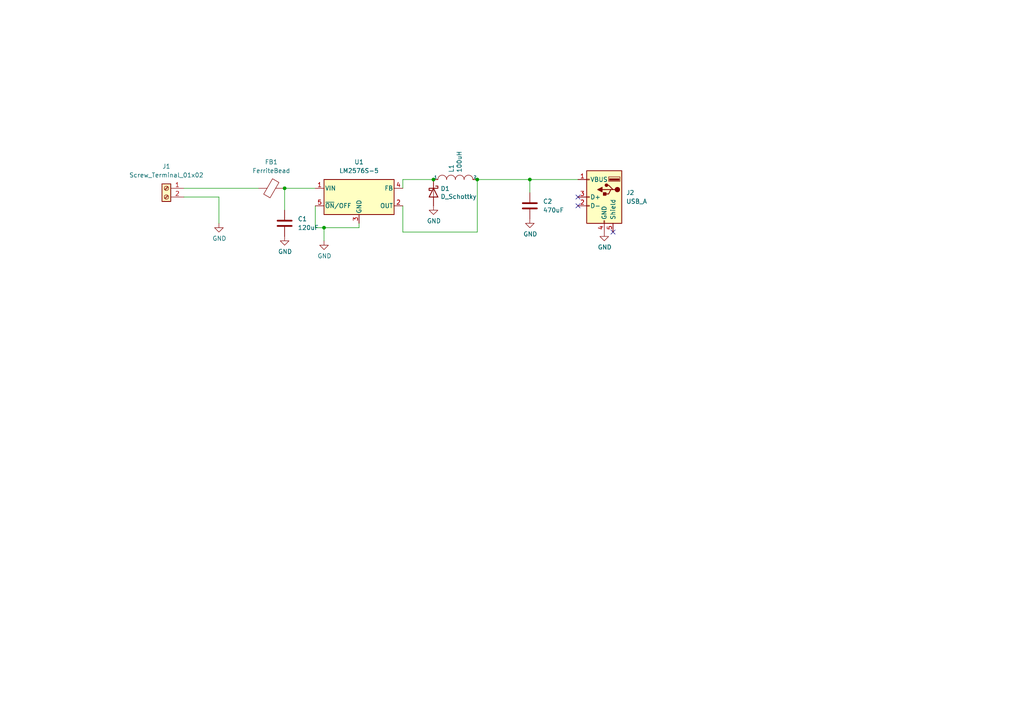
<source format=kicad_sch>
(kicad_sch (version 20211123) (generator eeschema)
  (paper "A4")
  (title_block (title "Laptop battery to phone charger Dc to Dc Converter"))
  (lib_symbols
    (symbol "Connector:Screw_Terminal_01x02" (pin_names (offset 1.016) hide)
      (property "Reference" "J" (at 0 2.54 0))
      (property "Value" "Screw_Terminal_01x02" (at 0 -5.08 0))
      (symbol "Screw_Terminal_01x02_1_1"
        (rectangle (start -1.27 1.27) (end 1.27 -3.81) (stroke (width 0.254)) (fill (type background)))
        (circle (center 0 -2.54) (radius 0.635) (stroke (width 0.1524)))
        (polyline (pts (xy -0.5334 -2.2098) (xy 0.3302 -3.048)) (stroke (width 0.1524)))
        (polyline (pts (xy -0.5334 0.3302) (xy 0.3302 -0.508)) (stroke (width 0.1524)))
        (polyline (pts (xy -0.3556 -2.032) (xy 0.508 -2.8702)) (stroke (width 0.1524)))
        (polyline (pts (xy -0.3556 0.508) (xy 0.508 -0.3302)) (stroke (width 0.1524)))
        (circle (center 0 0) (radius 0.635) (stroke (width 0.1524)))
        (pin passive line (at -5.08 0 0) (length 3.81) (name "Pin_1") (number "1"))
        (pin passive line (at -5.08 -2.54 0) (length 3.81) (name "Pin_2") (number "2"))
      )
    )
    (symbol "Connector:USB_A" (pin_names (offset 1.016))
      (property "Reference" "J" (at -5.08 11.43 0))
      (property "Value" "USB_A" (at -5.08 8.89 0))
      (symbol "USB_A_0_1"
        (rectangle (start -5.08 -7.62) (end 5.08 7.62) (stroke (width 0.254)) (fill (type background)))
        (circle (center -3.81 2.159) (radius 0.635) (stroke (width 0.254)) (fill (type outline)))
        (rectangle (start -1.524 4.826) (end -4.318 5.334) (fill (type outline)))
        (rectangle (start -1.27 4.572) (end -4.572 5.842))
        (circle (center -0.635 3.429) (radius 0.381) (stroke (width 0.254)) (fill (type outline)))
        (rectangle (start -0.127 -7.62) (end 0.127 -6.858))
        (polyline (pts (xy -3.175 2.159) (xy -2.54 2.159) (xy -1.27 3.429) (xy -0.635 3.429)) (stroke (width 0.254)))
        (polyline (pts (xy -2.54 2.159) (xy -1.905 2.159) (xy -1.27 0.889) (xy 0 0.889)) (stroke (width 0.254)))
        (polyline (pts (xy 0.635 2.794) (xy 0.635 1.524) (xy 1.905 2.159) (xy 0.635 2.794)) (stroke (width 0.254)) (fill (type outline)))
        (rectangle (start 0.254 1.27) (end -0.508 0.508) (stroke (width 0.254)) (fill (type outline)))
        (rectangle (start 5.08 -2.667) (end 4.318 -2.413))
        (rectangle (start 5.08 -0.127) (end 4.318 0.127))
        (rectangle (start 5.08 4.953) (end 4.318 5.207))
      )
      (symbol "USB_A_1_1"
        (polyline (pts (xy -1.905 2.159) (xy 0.635 2.159)) (stroke (width 0.254)))
        (pin power_in line (at 7.62 5.08 180) (length 2.54) (name "VBUS") (number "1"))
        (pin bidirectional line (at 7.62 -2.54 180) (length 2.54) (name "D-") (number "2"))
        (pin bidirectional line (at 7.62 0 180) (length 2.54) (name "D+") (number "3"))
        (pin power_in line (at 0 -10.16 90) (length 2.54) (name "GND") (number "4"))
        (pin passive line (at -2.54 -10.16 90) (length 2.54) (name "Shield") (number "5"))
      )
    )
    (symbol "Device:C" (pin_numbers hide) (pin_names (offset 0.254))
      (property "Reference" "C" (at 0.635 2.54 0))
      (property "Value" "C" (at 0.635 -2.54 0))
      (symbol "C_0_1"
        (polyline (pts (xy -2.032 -0.762) (xy 2.032 -0.762)) (stroke (width 0.508)))
        (polyline (pts (xy -2.032 0.762) (xy 2.032 0.762)) (stroke (width 0.508)))
      )
      (symbol "C_1_1"
        (pin passive line (at 0 3.81 270) (length 2.794) (name "~") (number "1"))
        (pin passive line (at 0 -3.81 90) (length 2.794) (name "~") (number "2"))
      )
    )
    (symbol "Device:D_Schottky" (pin_numbers hide) (pin_names (offset 1.016) hide)
      (property "Reference" "D" (at 0 2.54 0))
      (property "Value" "D_Schottky" (at 0 -2.54 0))
      (symbol "D_Schottky_0_1"
        (polyline (pts (xy 1.27 0) (xy -1.27 0)))
        (polyline (pts (xy 1.27 1.27) (xy 1.27 -1.27) (xy -1.27 0) (xy 1.27 1.27)) (stroke (width 0.254)))
        (polyline (pts (xy -1.905 0.635) (xy -1.905 1.27) (xy -1.27 1.27) (xy -1.27 -1.27) (xy -0.635 -1.27) (xy -0.635 -0.635)) (stroke (width 0.254)))
      )
      (symbol "D_Schottky_1_1"
        (pin passive line (at -3.81 0 0) (length 2.54) (name "K") (number "1"))
        (pin passive line (at 3.81 0 180) (length 2.54) (name "A") (number "2"))
      )
    )
    (symbol "Device:FerriteBead" (pin_numbers hide) (pin_names (offset 0))
      (property "Reference" "FB" (at -3.81 0.635 90))
      (property "Value" "FerriteBead" (at 3.81 0 90))
      (symbol "FerriteBead_0_1"
        (polyline (pts (xy 0 -1.27) (xy 0 -1.2192)))
        (polyline (pts (xy 0 1.27) (xy 0 1.2954)))
        (polyline (pts (xy -2.7686 0.4064) (xy -1.7018 2.2606) (xy 2.7686 -0.3048) (xy 1.6764 -2.159) (xy -2.7686 0.4064)))
      )
      (symbol "FerriteBead_1_1"
        (pin passive line (at 0 3.81 270) (length 2.54) (name "~") (number "1"))
        (pin passive line (at 0 -3.81 90) (length 2.54) (name "~") (number "2"))
      )
    )
    (symbol "Regulator_Switching:LM2576S-5" (pin_names (offset 0.254))
      (property "Reference" "U" (at -10.16 6.35 0))
      (property "Value" "LM2576S-5" (at 0 6.35 0))
      (symbol "LM2576S-5_0_1"
        (rectangle (start -10.16 5.08) (end 10.16 -5.08) (stroke (width 0.254)) (fill (type background)))
      )
      (symbol "LM2576S-5_1_1"
        (pin power_in line (at -12.7 2.54 0) (length 2.54) (name "VIN") (number "1"))
        (pin output line (at 12.7 -2.54 180) (length 2.54) (name "OUT") (number "2"))
        (pin power_in line (at 0 -7.62 90) (length 2.54) (name "GND") (number "3"))
        (pin input line (at 12.7 2.54 180) (length 2.54) (name "FB") (number "4"))
        (pin input line (at -12.7 -2.54 0) (length 2.54) (name "~{ON}/OFF") (number "5"))
      )
    )
    (symbol "power:GND" (power) (pin_names (offset 0))
      (property "Value" "GND" (at 0 -3.81 0))
      (symbol "GND_0_1"
        (polyline (pts (xy 0 0) (xy 0 -1.27) (xy 1.27 -1.27) (xy 0 -2.54) (xy -1.27 -1.27) (xy 0 -1.27)))
      )
      (symbol "GND_1_1"
        (pin power_in line (at 0 0 270) (length 0) hide (name "GND") (number "1"))
      )
    )
    (symbol "pspice:INDUCTOR" (pin_numbers hide) (pin_names (offset 0))
      (property "Reference" "L" (at 0 2.54 0))
      (property "Value" "INDUCTOR" (at 0 -1.27 0))
      (symbol "INDUCTOR_0_1"
        (arc (start -2.54 0) (mid -3.81 1.27) (end -5.08 0))
        (arc (start 0 0) (mid -1.27 1.27) (end -2.54 0))
        (arc (start 2.54 0) (mid 1.27 1.27) (end 0 0))
        (arc (start 5.08 0) (mid 3.81 1.27) (end 2.54 0))
      )
      (symbol "INDUCTOR_1_1"
        (pin input line (at -6.35 0 0) (length 1.27) (name "1") (number "1"))
        (pin input line (at 6.35 0 180) (length 1.27) (name "2") (number "2"))
      )
    )
  )
  (junction (at 138.43 52.07))
  (junction (at 93.98 66.04))
  (junction (at 82.55 54.61))
  (junction (at 125.73 52.07))
  (junction (at 153.67 52.07))
  (no_connect (at 177.8 67.31))
  (no_connect (at 167.64 57.15))
  (no_connect (at 167.64 59.69))
  (wire (pts (xy 63.5 57.15) (xy 63.5 64.77)))
  (wire (pts (xy 93.98 69.85) (xy 93.98 66.04)))
  (wire (pts (xy 91.44 59.69) (xy 91.44 66.04)))
  (wire (pts (xy 104.14 66.04) (xy 104.14 64.77)))
  (wire (pts (xy 116.84 52.07) (xy 125.73 52.07)))
  (wire (pts (xy 116.84 52.07) (xy 116.84 54.61)))
  (wire (pts (xy 91.44 54.61) (xy 82.55 54.61)))
  (wire (pts (xy 116.84 67.31) (xy 116.84 59.69)))
  (wire (pts (xy 167.64 52.07) (xy 153.67 52.07)))
  (wire (pts (xy 91.44 66.04) (xy 93.98 66.04)))
  (wire (pts (xy 53.34 57.15) (xy 63.5 57.15)))
  (wire (pts (xy 53.34 54.61) (xy 74.93 54.61)))
  (wire (pts (xy 138.43 52.07) (xy 153.67 52.07)))
  (wire (pts (xy 138.43 67.31) (xy 116.84 67.31)))
  (wire (pts (xy 93.98 66.04) (xy 104.14 66.04)))
  (wire (pts (xy 153.67 55.88) (xy 153.67 52.07)))
  (wire (pts (xy 82.55 60.96) (xy 82.55 54.61)))
  (wire (pts (xy 138.43 52.07) (xy 138.43 67.31)))
  (symbol (lib_id "power:GND") (at 63.5 64.77 0) (unit 1)
    (property "Reference" "#PWR0103" (effects hide))
    (property "Value" "GND" (at 63.627 69.1642 0))
  )
  (symbol (lib_id "pspice:INDUCTOR") (at 132.08 52.07 0) (unit 1)
    (property "Reference" "L1" (at 130.9116 50.0888 90) (effects (justify left)))
    (property "Value" "100uH" (at 133.223 50.0888 90) (effects (justify left)))
    (property "Footprint" "Inductor_SMD:L_28x25mm_H20.5mm" (effects hide))
    (property "Datasheet" "https://industrial.panasonic.com/cdbs/www-data/pdf/AAB8000/AAB8000C177.pdf" (effects hide))
  )
  (symbol (lib_id "Device:D_Schottky") (at 125.73 55.88 270) (unit 1)
    (property "Reference" "D1" (at 127.762 54.7116 90) (effects (justify left)))
    (property "Value" "D_Schottky" (at 127.762 57.023 90) (effects (justify left)))
    (property "Footprint" "Diode_THT:D_DO-15_P15.24mm_Horizontal" (effects hide))
    (property "Datasheet" "https://www.st.com/content/ccc/resource/technical/document/datasheet/d8/3f/72/85/bc/90/4e/f7/CD00001626.pdf/files/CD00001626.pdf/jcr:content/translations/en.CD00001626.pdf" (effects hide))
  )
  (symbol (lib_id "power:GND") (at 153.67 63.5 0) (unit 1)
    (property "Reference" "#PWR0101" (effects hide))
    (property "Value" "GND" (at 153.797 67.8942 0))
  )
  (symbol (lib_id "power:GND") (at 125.73 59.69 0) (unit 1)
    (property "Reference" "#PWR0104" (effects hide))
    (property "Value" "GND" (at 125.857 64.0842 0))
  )
  (symbol (lib_id "power:GND") (at 175.26 67.31 0) (unit 1)
    (property "Reference" "#PWR0105" (effects hide))
    (property "Value" "GND" (at 175.387 71.7042 0))
  )
  (symbol (lib_id "power:GND") (at 93.98 69.85 0) (unit 1)
    (property "Reference" "#PWR0102" (effects hide))
    (property "Value" "GND" (at 94.107 74.2442 0))
  )
  (symbol (lib_id "power:GND") (at 82.55 68.58 0) (unit 1)
    (property "Reference" "#PWR0106" (effects hide))
    (property "Value" "GND" (at 82.677 72.9742 0))
  )
  (symbol (lib_id "Connector:USB_A") (at 175.26 57.15 0) (mirror y) (unit 1)
    (property "Reference" "J2" (at 181.61 55.8799 0) (effects (justify right)))
    (property "Value" "USB_A" (at 181.61 58.4199 0) (effects (justify right)))
    (property "Footprint" "Connector_USB:USB_A_Molex_67643_Horizontal" (effects hide))
    (property "Datasheet" "https://www.molex.com/pdm_docs/sd/676430910_sd.pdf" (effects hide))
  )
  (symbol (lib_id "Device:FerriteBead") (at 78.74 54.61 90) (unit 1)
    (property "Reference" "FB1" (at 78.6892 46.99 90))
    (property "Value" "FerriteBead" (at 78.6892 49.53 90))
    (property "Footprint" "Ferrite_THT:LairdTech_28C0236-0JW-10" (effects hide))
    (property "Datasheet" "https://media.digikey.com/pdf/Data%20Sheets/Laird%20Technologies/EMI_Filtering_and_RF_Inductors.pdf" (effects hide))
  )
  (symbol (lib_id "Connector:Screw_Terminal_01x02") (at 48.26 54.61 0) (mirror y) (unit 1)
    (property "Reference" "J1" (at 48.26 48.26 0))
    (property "Value" "Screw_Terminal_01x02" (at 48.26 50.8 0))
    (property "Footprint" "Package_SIP:2 Pin TB006-508 Terminal Block" (effects hide))
    (property "Datasheet" "https://www.cuidevices.com/product/resource/tb006-508.pdf" (effects hide))
  )
  (symbol (lib_id "Regulator_Switching:LM2576S-5") (at 104.14 57.15 0) (unit 1)
    (property "Reference" "U1" (at 104.14 46.99 0))
    (property "Value" "LM2576S-5" (at 104.14 49.53 0))
    (property "Footprint" "Package_TO_SOT_SMD:TO-263-5_TabPin3" (effects hide))
    (property "Datasheet" "http://www.ti.com/lit/ds/symlink/lm2576.pdf" (effects hide))
  )
  (symbol (lib_id "Device:C") (at 153.67 59.69 0) (unit 1)
    (property "Reference" "C2" (at 157.48 58.4199 0) (effects (justify left)))
    (property "Value" "470uF" (at 157.48 60.9599 0) (effects (justify left)))
    (property "Footprint" "Capacitor_THT:CP_Radial_D8.0mm_P3.50mm" (effects hide))
    (property "Datasheet" "https://www.we-online.com/katalog/datasheet/860160274021.pdf" (effects hide))
  )
  (symbol (lib_id "Device:C") (at 82.55 64.77 0) (unit 1)
    (property "Reference" "C1" (at 86.36 63.4999 0) (effects (justify left)))
    (property "Value" "120uF" (at 86.36 66.0399 0) (effects (justify left)))
    (property "Footprint" "Capacitor_THT:CP_Radial_D8.0mm_P3.50mm" (effects hide))
    (property "Datasheet" "https://www.chemi-con.co.jp/products/relatedfiles/capacitor/catalog/KZELL-e.PDF" (effects hide))
  )
)
</source>
